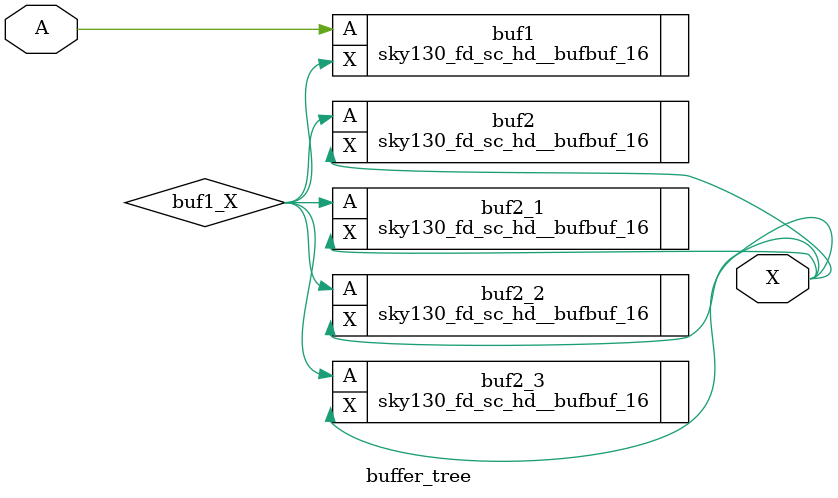
<source format=v>
module buffer_tree(
    X,
    A
);

    output X   ;
    input  A   ;
    wire buf1_X;	
    sky130_fd_sc_hd__bufbuf_16 buf1 (	
      .A (A),
      .X (buf1_X)
    );
    sky130_fd_sc_hd__bufbuf_16 buf2 (
      .A (buf1_X),
      .X (X)
    );
    sky130_fd_sc_hd__bufbuf_16 buf2_1 (
      .A (buf1_X),
      .X (X)
    );
    sky130_fd_sc_hd__bufbuf_16 buf2_2 (
      .A (buf1_X),
      .X (X)
    );
    sky130_fd_sc_hd__bufbuf_16 buf2_3 (
      .A (buf1_X),
      .X (X)
    );
endmodule

</source>
